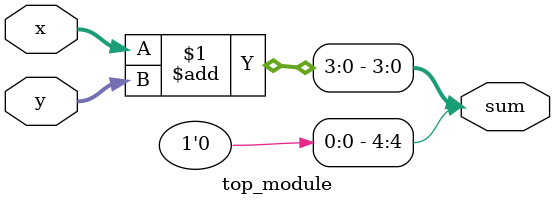
<source format=sv>
module top_module (
	input [3:0] x,
	input [3:0] y,
	output [4:0] sum
);
	assign sum = {1'b0, x + y};
endmodule

</source>
